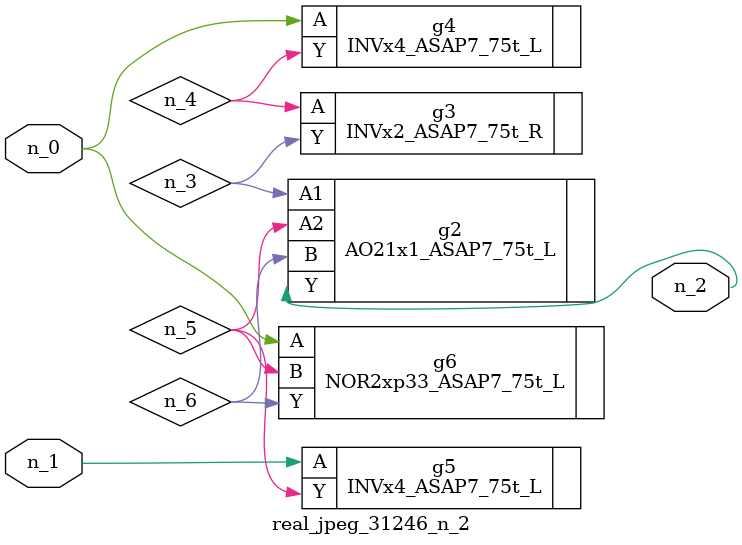
<source format=v>
module real_jpeg_31246_n_2 (n_1, n_0, n_2);

input n_1;
input n_0;

output n_2;

wire n_5;
wire n_4;
wire n_6;
wire n_3;

INVx4_ASAP7_75t_L g4 ( 
.A(n_0),
.Y(n_4)
);

NOR2xp33_ASAP7_75t_L g6 ( 
.A(n_0),
.B(n_5),
.Y(n_6)
);

INVx4_ASAP7_75t_L g5 ( 
.A(n_1),
.Y(n_5)
);

AO21x1_ASAP7_75t_L g2 ( 
.A1(n_3),
.A2(n_5),
.B(n_6),
.Y(n_2)
);

INVx2_ASAP7_75t_R g3 ( 
.A(n_4),
.Y(n_3)
);


endmodule
</source>
